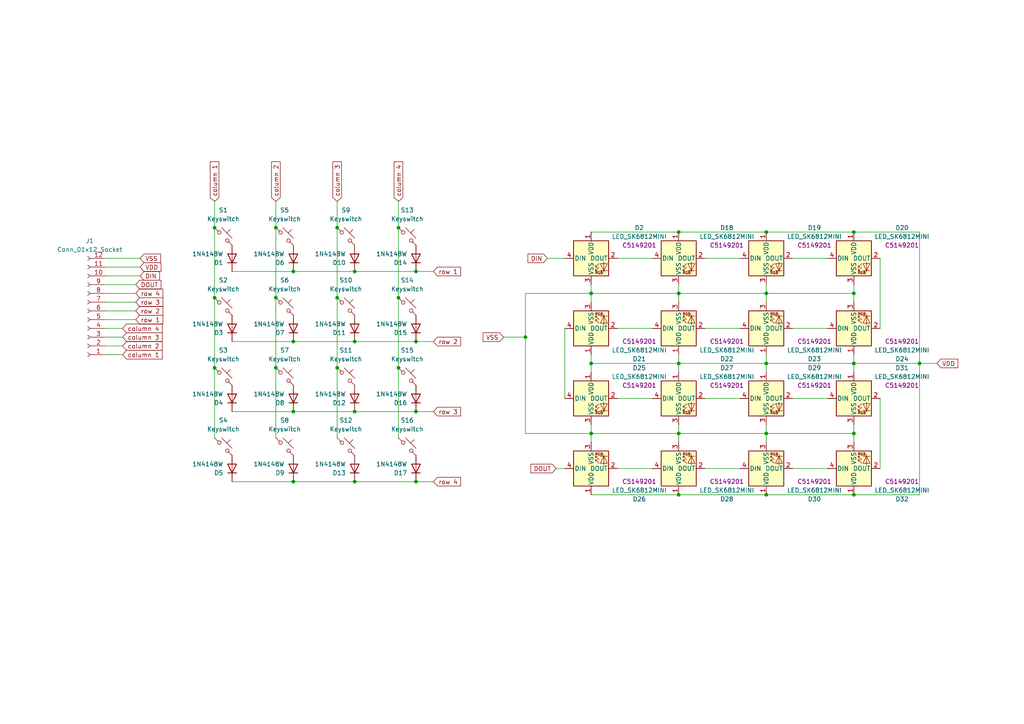
<source format=kicad_sch>
(kicad_sch (version 20231120) (generator "eeschema") (generator_version "8.0")
  (paper "A4")
  (lib_symbols
    (symbol "Connector:Conn_01x12_Socket" (pin_names (offset 1.016) hide)
      (property "Reference" "J" (at 0 15.24 0))
      (property "Value" "Conn_01x12_Socket" (at 0 -17.78 0))
      (symbol "Conn_01x12_Socket_1_1"
        (arc (start 0 -14.732) (mid -0.5058 -15.24) (end 0 -15.748) (stroke (width 0.1524)))
        (arc (start 0 -12.192) (mid -0.5058 -12.7) (end 0 -13.208) (stroke (width 0.1524)))
        (arc (start 0 -9.652) (mid -0.5058 -10.16) (end 0 -10.668) (stroke (width 0.1524)))
        (arc (start 0 -7.112) (mid -0.5058 -7.62) (end 0 -8.128) (stroke (width 0.1524)))
        (arc (start 0 -4.572) (mid -0.5058 -5.08) (end 0 -5.588) (stroke (width 0.1524)))
        (arc (start 0 -2.032) (mid -0.5058 -2.54) (end 0 -3.048) (stroke (width 0.1524)))
        (polyline (pts (xy -1.27 -15.24) (xy -0.508 -15.24)) (stroke (width 0.1524)))
        (polyline (pts (xy -1.27 -12.7) (xy -0.508 -12.7)) (stroke (width 0.1524)))
        (polyline (pts (xy -1.27 -10.16) (xy -0.508 -10.16)) (stroke (width 0.1524)))
        (polyline (pts (xy -1.27 -7.62) (xy -0.508 -7.62)) (stroke (width 0.1524)))
        (polyline (pts (xy -1.27 -5.08) (xy -0.508 -5.08)) (stroke (width 0.1524)))
        (polyline (pts (xy -1.27 -2.54) (xy -0.508 -2.54)) (stroke (width 0.1524)))
        (polyline (pts (xy -1.27 0) (xy -0.508 0)) (stroke (width 0.1524)))
        (polyline (pts (xy -1.27 2.54) (xy -0.508 2.54)) (stroke (width 0.1524)))
        (polyline (pts (xy -1.27 5.08) (xy -0.508 5.08)) (stroke (width 0.1524)))
        (polyline (pts (xy -1.27 7.62) (xy -0.508 7.62)) (stroke (width 0.1524)))
        (polyline (pts (xy -1.27 10.16) (xy -0.508 10.16)) (stroke (width 0.1524)))
        (polyline (pts (xy -1.27 12.7) (xy -0.508 12.7)) (stroke (width 0.1524)))
        (arc (start 0 0.508) (mid -0.5058 0) (end 0 -0.508) (stroke (width 0.1524)))
        (arc (start 0 3.048) (mid -0.5058 2.54) (end 0 2.032) (stroke (width 0.1524)))
        (arc (start 0 5.588) (mid -0.5058 5.08) (end 0 4.572) (stroke (width 0.1524)))
        (arc (start 0 8.128) (mid -0.5058 7.62) (end 0 7.112) (stroke (width 0.1524)))
        (arc (start 0 10.668) (mid -0.5058 10.16) (end 0 9.652) (stroke (width 0.1524)))
        (arc (start 0 13.208) (mid -0.5058 12.7) (end 0 12.192) (stroke (width 0.1524)))
        (pin passive line (at -5.08 12.7 0) (length 3.81) (name "Pin_1") (number "1"))
        (pin passive line (at -5.08 -10.16 0) (length 3.81) (name "Pin_10") (number "10"))
        (pin passive line (at -5.08 -12.7 0) (length 3.81) (name "Pin_11") (number "11"))
        (pin passive line (at -5.08 -15.24 0) (length 3.81) (name "Pin_12") (number "12"))
        (pin passive line (at -5.08 10.16 0) (length 3.81) (name "Pin_2") (number "2"))
        (pin passive line (at -5.08 7.62 0) (length 3.81) (name "Pin_3") (number "3"))
        (pin passive line (at -5.08 5.08 0) (length 3.81) (name "Pin_4") (number "4"))
        (pin passive line (at -5.08 2.54 0) (length 3.81) (name "Pin_5") (number "5"))
        (pin passive line (at -5.08 0 0) (length 3.81) (name "Pin_6") (number "6"))
        (pin passive line (at -5.08 -2.54 0) (length 3.81) (name "Pin_7") (number "7"))
        (pin passive line (at -5.08 -5.08 0) (length 3.81) (name "Pin_8") (number "8"))
        (pin passive line (at -5.08 -7.62 0) (length 3.81) (name "Pin_9") (number "9"))
      )
    )
    (symbol "Diode:1N4148W" (pin_numbers hide) (pin_names hide)
      (property "Reference" "D" (at 0 2.54 0))
      (property "Value" "1N4148W" (at 0 -2.54 0))
      (symbol "1N4148W_0_1"
        (polyline (pts (xy -1.27 1.27) (xy -1.27 -1.27)) (stroke (width 0.254)))
        (polyline (pts (xy 1.27 0) (xy -1.27 0)))
        (polyline (pts (xy 1.27 1.27) (xy 1.27 -1.27) (xy -1.27 0) (xy 1.27 1.27)) (stroke (width 0.254)))
      )
      (symbol "1N4148W_1_1"
        (pin passive line (at -3.81 0 0) (length 2.54) (name "K") (number "1"))
        (pin passive line (at 3.81 0 180) (length 2.54) (name "A") (number "2"))
      )
    )
    (symbol "ScottoKeebs:LED_SK6812MINI" (pin_names (offset 0.254))
      (property "Reference" "D" (at 2.032 5.588 0))
      (property "Value" "LED_SK6812MINI" (at 1.27 -5.715 0))
      (property "LCSC" "C5149201" (at 0 0 0))
      (symbol "LED_SK6812MINI_0_0"
        (text "RGB" (at 2.286 -4.191 0) (effects (font (size 0.762 0.762))))
      )
      (symbol "LED_SK6812MINI_0_1"
        (rectangle (start -5.08 5.08) (end 5.08 -5.08) (stroke (width 0.254)) (fill (type background)))
        (polyline (pts (xy 1.27 -3.556) (xy 1.778 -3.556)))
        (polyline (pts (xy 1.27 -2.54) (xy 1.778 -2.54)))
        (polyline (pts (xy 4.699 -3.556) (xy 2.667 -3.556)))
        (polyline (pts (xy 2.286 -2.54) (xy 1.27 -3.556) (xy 1.27 -3.048)))
        (polyline (pts (xy 2.286 -1.524) (xy 1.27 -2.54) (xy 1.27 -2.032)))
        (polyline (pts (xy 3.683 -1.016) (xy 3.683 -3.556) (xy 3.683 -4.064)))
        (polyline (pts (xy 4.699 -1.524) (xy 2.667 -1.524) (xy 3.683 -3.556) (xy 4.699 -1.524)))
      )
      (symbol "LED_SK6812MINI_1_1"
        (pin power_in line (at 0 7.62 270) (length 2.54) (name "VDD") (number "1"))
        (pin output line (at 7.62 0 180) (length 2.54) (name "DOUT") (number "2"))
        (pin power_in line (at 0 -7.62 90) (length 2.54) (name "VSS") (number "3"))
        (pin input line (at -7.62 0 0) (length 2.54) (name "DIN") (number "4"))
      )
    )
    (symbol "ScottoKeebs:Placeholder_Keyswitch" (pin_numbers hide) (pin_names (offset 1.016) hide)
      (property "Reference" "S" (at 3.048 1.016 0))
      (property "Value" "Keyswitch" (at 0 -3.81 0))
      (symbol "Placeholder_Keyswitch_0_1"
        (circle (center -1.1684 1.1684) (radius 0.508))
        (polyline (pts (xy -0.508 2.54) (xy 2.54 -0.508)))
        (polyline (pts (xy 1.016 1.016) (xy 2.032 2.032)))
        (polyline (pts (xy -2.54 2.54) (xy -1.524 1.524) (xy -1.524 1.524)))
        (polyline (pts (xy 1.524 -1.524) (xy 2.54 -2.54) (xy 2.54 -2.54) (xy 2.54 -2.54)))
        (circle (center 1.143 -1.1938) (radius 0.508))
        (pin passive line (at -2.54 2.54 0) (length 0) (name "1") (number "1"))
        (pin passive line (at 2.54 -2.54 180) (length 0) (name "2") (number "2"))
      )
    )
  )
  (junction (at 247.65 85.09))
  (junction (at 222.25 67.31))
  (junction (at 115.57 66.04))
  (junction (at 62.23 106.68))
  (junction (at 102.87 99.06))
  (junction (at 102.87 119.38))
  (junction (at 222.25 105.41))
  (junction (at 80.01 86.36))
  (junction (at 120.65 99.06))
  (junction (at 196.85 125.73))
  (junction (at 97.79 106.68))
  (junction (at 247.65 105.41))
  (junction (at 115.57 86.36))
  (junction (at 62.23 86.36))
  (junction (at 196.85 67.31))
  (junction (at 196.85 143.51))
  (junction (at 247.65 143.51))
  (junction (at 80.01 66.04))
  (junction (at 222.25 143.51))
  (junction (at 247.65 67.31))
  (junction (at 247.65 125.73))
  (junction (at 152.4 97.79))
  (junction (at 196.85 105.41))
  (junction (at 85.09 119.38))
  (junction (at 85.09 78.74))
  (junction (at 85.09 99.06))
  (junction (at 222.25 125.73))
  (junction (at 171.45 85.09))
  (junction (at 115.57 106.68))
  (junction (at 120.65 78.74))
  (junction (at 80.01 106.68))
  (junction (at 171.45 125.73))
  (junction (at 62.23 66.04))
  (junction (at 97.79 66.04))
  (junction (at 266.7 105.41))
  (junction (at 171.45 105.41))
  (junction (at 196.85 85.09))
  (junction (at 120.65 119.38))
  (junction (at 222.25 85.09))
  (junction (at 85.09 139.7))
  (junction (at 120.65 139.7))
  (junction (at 102.87 139.7))
  (junction (at 102.87 78.74))
  (junction (at 97.79 86.36))
  (wire (pts (xy 85.09 139.7) (xy 102.87 139.7)))
  (wire (pts (xy 102.87 99.06) (xy 120.65 99.06)))
  (wire (pts (xy 204.47 95.25) (xy 214.63 95.25)))
  (wire (pts (xy 229.87 115.57) (xy 240.03 115.57)))
  (wire (pts (xy 196.85 128.27) (xy 196.85 125.73)))
  (wire (pts (xy 196.85 105.41) (xy 196.85 107.95)))
  (wire (pts (xy 255.27 74.93) (xy 255.27 95.25)))
  (wire (pts (xy 30.48 92.71) (xy 39.37 92.71)))
  (wire (pts (xy 39.37 90.17) (xy 30.48 90.17)))
  (wire (pts (xy 67.31 99.06) (xy 85.09 99.06)))
  (wire (pts (xy 179.07 74.93) (xy 189.23 74.93)))
  (wire (pts (xy 171.45 123.19) (xy 171.45 125.73)))
  (wire (pts (xy 35.56 97.79) (xy 30.48 97.79)))
  (wire (pts (xy 171.45 102.87) (xy 171.45 105.41)))
  (wire (pts (xy 196.85 102.87) (xy 196.85 105.41)))
  (wire (pts (xy 120.65 139.7) (xy 125.73 139.7)))
  (wire (pts (xy 97.79 106.68) (xy 97.79 127)))
  (wire (pts (xy 222.25 125.73) (xy 247.65 125.73)))
  (wire (pts (xy 171.45 128.27) (xy 171.45 125.73)))
  (wire (pts (xy 266.7 105.41) (xy 266.7 67.31)))
  (wire (pts (xy 102.87 78.74) (xy 120.65 78.74)))
  (wire (pts (xy 161.29 135.89) (xy 163.83 135.89)))
  (wire (pts (xy 204.47 115.57) (xy 214.63 115.57)))
  (wire (pts (xy 179.07 95.25) (xy 189.23 95.25)))
  (wire (pts (xy 152.4 97.79) (xy 152.4 125.73)))
  (wire (pts (xy 179.07 135.89) (xy 189.23 135.89)))
  (wire (pts (xy 80.01 66.04) (xy 80.01 86.36)))
  (wire (pts (xy 85.09 119.38) (xy 102.87 119.38)))
  (wire (pts (xy 247.65 67.31) (xy 266.7 67.31)))
  (wire (pts (xy 120.65 119.38) (xy 125.73 119.38)))
  (wire (pts (xy 152.4 125.73) (xy 171.45 125.73)))
  (wire (pts (xy 35.56 95.25) (xy 30.48 95.25)))
  (wire (pts (xy 196.85 85.09) (xy 196.85 87.63)))
  (wire (pts (xy 229.87 135.89) (xy 240.03 135.89)))
  (wire (pts (xy 266.7 105.41) (xy 247.65 105.41)))
  (wire (pts (xy 158.75 74.93) (xy 163.83 74.93)))
  (wire (pts (xy 222.25 123.19) (xy 222.25 125.73)))
  (wire (pts (xy 196.85 125.73) (xy 222.25 125.73)))
  (wire (pts (xy 102.87 139.7) (xy 120.65 139.7)))
  (wire (pts (xy 179.07 115.57) (xy 189.23 115.57)))
  (wire (pts (xy 80.01 106.68) (xy 80.01 127)))
  (wire (pts (xy 102.87 119.38) (xy 120.65 119.38)))
  (wire (pts (xy 62.23 86.36) (xy 62.23 106.68)))
  (wire (pts (xy 115.57 106.68) (xy 115.57 127)))
  (wire (pts (xy 255.27 115.57) (xy 255.27 135.89)))
  (wire (pts (xy 35.56 100.33) (xy 30.48 100.33)))
  (wire (pts (xy 247.65 143.51) (xy 266.7 143.51)))
  (wire (pts (xy 222.25 102.87) (xy 222.25 105.41)))
  (wire (pts (xy 35.56 102.87) (xy 30.48 102.87)))
  (wire (pts (xy 196.85 105.41) (xy 171.45 105.41)))
  (wire (pts (xy 80.01 58.42) (xy 80.01 66.04)))
  (wire (pts (xy 247.65 105.41) (xy 222.25 105.41)))
  (wire (pts (xy 247.65 85.09) (xy 247.65 87.63)))
  (wire (pts (xy 152.4 85.09) (xy 171.45 85.09)))
  (wire (pts (xy 171.45 85.09) (xy 196.85 85.09)))
  (wire (pts (xy 171.45 125.73) (xy 196.85 125.73)))
  (wire (pts (xy 222.25 105.41) (xy 222.25 107.95)))
  (wire (pts (xy 30.48 82.55) (xy 39.37 82.55)))
  (wire (pts (xy 196.85 143.51) (xy 222.25 143.51)))
  (wire (pts (xy 222.25 143.51) (xy 247.65 143.51)))
  (wire (pts (xy 196.85 85.09) (xy 222.25 85.09)))
  (wire (pts (xy 62.23 58.42) (xy 62.23 66.04)))
  (wire (pts (xy 67.31 119.38) (xy 85.09 119.38)))
  (wire (pts (xy 171.45 105.41) (xy 171.45 107.95)))
  (wire (pts (xy 222.25 105.41) (xy 196.85 105.41)))
  (wire (pts (xy 247.65 85.09) (xy 247.65 82.55)))
  (wire (pts (xy 97.79 86.36) (xy 97.79 106.68)))
  (wire (pts (xy 115.57 58.42) (xy 115.57 66.04)))
  (wire (pts (xy 196.85 67.31) (xy 222.25 67.31)))
  (wire (pts (xy 30.48 80.01) (xy 40.64 80.01)))
  (wire (pts (xy 85.09 99.06) (xy 102.87 99.06)))
  (wire (pts (xy 266.7 105.41) (xy 266.7 143.51)))
  (wire (pts (xy 115.57 66.04) (xy 115.57 86.36)))
  (wire (pts (xy 222.25 125.73) (xy 222.25 128.27)))
  (wire (pts (xy 222.25 87.63) (xy 222.25 85.09)))
  (wire (pts (xy 247.65 123.19) (xy 247.65 125.73)))
  (wire (pts (xy 196.85 123.19) (xy 196.85 125.73)))
  (wire (pts (xy 97.79 66.04) (xy 97.79 86.36)))
  (wire (pts (xy 62.23 106.68) (xy 62.23 127)))
  (wire (pts (xy 171.45 67.31) (xy 196.85 67.31)))
  (wire (pts (xy 30.48 87.63) (xy 39.37 87.63)))
  (wire (pts (xy 146.05 97.79) (xy 152.4 97.79)))
  (wire (pts (xy 30.48 85.09) (xy 39.37 85.09)))
  (wire (pts (xy 222.25 82.55) (xy 222.25 85.09)))
  (wire (pts (xy 85.09 78.74) (xy 102.87 78.74)))
  (wire (pts (xy 204.47 74.93) (xy 214.63 74.93)))
  (wire (pts (xy 229.87 74.93) (xy 240.03 74.93)))
  (wire (pts (xy 204.47 135.89) (xy 214.63 135.89)))
  (wire (pts (xy 115.57 86.36) (xy 115.57 106.68)))
  (wire (pts (xy 222.25 85.09) (xy 247.65 85.09)))
  (wire (pts (xy 62.23 66.04) (xy 62.23 86.36)))
  (wire (pts (xy 222.25 67.31) (xy 247.65 67.31)))
  (wire (pts (xy 120.65 78.74) (xy 125.73 78.74)))
  (wire (pts (xy 171.45 85.09) (xy 171.45 87.63)))
  (wire (pts (xy 247.65 128.27) (xy 247.65 125.73)))
  (wire (pts (xy 152.4 97.79) (xy 152.4 85.09)))
  (wire (pts (xy 30.48 74.93) (xy 40.64 74.93)))
  (wire (pts (xy 229.87 95.25) (xy 240.03 95.25)))
  (wire (pts (xy 171.45 143.51) (xy 196.85 143.51)))
  (wire (pts (xy 97.79 58.42) (xy 97.79 66.04)))
  (wire (pts (xy 163.83 95.25) (xy 163.83 115.57)))
  (wire (pts (xy 80.01 86.36) (xy 80.01 106.68)))
  (wire (pts (xy 30.48 77.47) (xy 40.64 77.47)))
  (wire (pts (xy 247.65 102.87) (xy 247.65 105.41)))
  (wire (pts (xy 67.31 139.7) (xy 85.09 139.7)))
  (wire (pts (xy 120.65 99.06) (xy 125.73 99.06)))
  (wire (pts (xy 171.45 82.55) (xy 171.45 85.09)))
  (wire (pts (xy 196.85 82.55) (xy 196.85 85.09)))
  (wire (pts (xy 67.31 78.74) (xy 85.09 78.74)))
  (wire (pts (xy 247.65 105.41) (xy 247.65 107.95)))
  (wire (pts (xy 271.78 105.41) (xy 266.7 105.41)))
  (global_label "VSS" (shape input) (at 40.64 74.93 0) (property "Intersheetrefs" "${INTERSHEET_REFS}" (effects (hide yes))))
  (global_label "column 1" (shape input) (at 35.56 102.87 0) (property "Intersheetrefs" "${INTERSHEET_REFS}" (effects (hide yes))))
  (global_label "DIN" (shape input) (at 40.64 80.01 0) (property "Intersheetrefs" "${INTERSHEET_REFS}" (effects (hide yes))))
  (global_label "column 1" (shape input) (at 62.23 58.42 90) (property "Intersheetrefs" "${INTERSHEET_REFS}" (effects (hide yes))))
  (global_label "row 2" (shape input) (at 125.73 99.06 0) (property "Intersheetrefs" "${INTERSHEET_REFS}" (effects (hide yes))))
  (global_label "row 4" (shape input) (at 39.37 85.09 0) (property "Intersheetrefs" "${INTERSHEET_REFS}" (effects (hide yes))))
  (global_label "row 4" (shape input) (at 125.73 139.7 0) (property "Intersheetrefs" "${INTERSHEET_REFS}" (effects (hide yes))))
  (global_label "row 1" (shape input) (at 39.37 92.71 0) (property "Intersheetrefs" "${INTERSHEET_REFS}" (effects (hide yes))))
  (global_label "VDD" (shape input) (at 40.64 77.47 0) (property "Intersheetrefs" "${INTERSHEET_REFS}" (effects (hide yes))))
  (global_label "column 3" (shape input) (at 97.79 58.42 90) (property "Intersheetrefs" "${INTERSHEET_REFS}" (effects (hide yes))))
  (global_label "DIN" (shape input) (at 158.75 74.93 180) (property "Intersheetrefs" "${INTERSHEET_REFS}" (effects (hide yes))))
  (global_label "row 1" (shape input) (at 125.73 78.74 0) (property "Intersheetrefs" "${INTERSHEET_REFS}" (effects (hide yes))))
  (global_label "column 2" (shape input) (at 35.56 100.33 0) (property "Intersheetrefs" "${INTERSHEET_REFS}" (effects (hide yes))))
  (global_label "VSS" (shape input) (at 146.05 97.79 180) (property "Intersheetrefs" "${INTERSHEET_REFS}" (effects (hide yes))))
  (global_label "row 2" (shape input) (at 39.37 90.17 0) (property "Intersheetrefs" "${INTERSHEET_REFS}" (effects (hide yes))))
  (global_label "DOUT" (shape input) (at 39.37 82.55 0) (property "Intersheetrefs" "${INTERSHEET_REFS}" (effects (hide yes))))
  (global_label "column 4" (shape input) (at 35.56 95.25 0) (property "Intersheetrefs" "${INTERSHEET_REFS}" (effects (hide yes))))
  (global_label "row 3" (shape input) (at 125.73 119.38 0) (property "Intersheetrefs" "${INTERSHEET_REFS}" (effects (hide yes))))
  (global_label "column 4" (shape input) (at 115.57 58.42 90) (property "Intersheetrefs" "${INTERSHEET_REFS}" (effects (hide yes))))
  (global_label "VDD" (shape input) (at 271.78 105.41 0) (property "Intersheetrefs" "${INTERSHEET_REFS}" (effects (hide yes))))
  (global_label "column 2" (shape input) (at 80.01 58.42 90) (property "Intersheetrefs" "${INTERSHEET_REFS}" (effects (hide yes))))
  (global_label "row 3" (shape input) (at 39.37 87.63 0) (property "Intersheetrefs" "${INTERSHEET_REFS}" (effects (hide yes))))
  (global_label "DOUT" (shape input) (at 161.29 135.89 180) (property "Intersheetrefs" "${INTERSHEET_REFS}" (effects (hide yes))))
  (global_label "column 3" (shape input) (at 35.56 97.79 0) (property "Intersheetrefs" "${INTERSHEET_REFS}" (effects (hide yes))))
  (symbol (lib_id "ScottoKeebs:Placeholder_Keyswitch") (at 64.77 88.9 0) (unit 1)
    (property "Reference" "S2" (at 64.77 81.28 0))
    (property "Value" "Keyswitch" (at 64.77 83.82 0))
    (property "Footprint" "ScottoKeebs_Hotswap:Hotswap_MX_1.00u" (effects (hide yes)))
    (property "Description" "Push button switch, normally open, two pins, 45° tilted" (effects (hide yes)))
  )
  (symbol (lib_id "ScottoKeebs:LED_SK6812MINI") (at 222.25 115.57 0) (unit 1)
    (property "Reference" "D29" (at 236.22 106.7114 0))
    (property "Value" "LED_SK6812MINI" (at 236.22 109.2514 0))
    (property "Footprint" "ScottoKeebs_Components:LED_SK6812MINI" (effects (hide yes)))
    (property "Datasheet" "https://cdn-shop.adafruit.com/product-files/2686/SK6812MINI_REV.01-1-2.pdf" (effects (hide yes)))
    (property "Description" "RGB LED with integrated controller" (effects (hide yes)))
    (property "LCSC" "C5149201" (at 236.22 111.7914 0))
  )
  (symbol (lib_id "Diode:1N4148W") (at 102.87 135.89 90) (unit 1)
    (property "Reference" "D13" (at 100.33 137.1601 90) (effects (justify left)))
    (property "Value" "1N4148W" (at 100.33 134.6201 90) (effects (justify left)))
    (property "Footprint" "Diode_SMD:D_SOD-123" (effects (hide yes)))
    (property "Datasheet" "https://www.vishay.com/docs/85748/1n4148w.pdf" (effects (hide yes)))
    (property "Description" "75V 0.15A Fast Switching Diode, SOD-123" (effects (hide yes)))
    (property "Sim.Device" "D" (effects (hide yes)))
    (property "Sim.Pins" "1=K 2=A" (effects (hide yes)))
  )
  (symbol (lib_id "Diode:1N4148W") (at 85.09 135.89 90) (unit 1)
    (property "Reference" "D9" (at 82.55 137.1601 90) (effects (justify left)))
    (property "Value" "1N4148W" (at 82.55 134.6201 90) (effects (justify left)))
    (property "Footprint" "Diode_SMD:D_SOD-123" (effects (hide yes)))
    (property "Datasheet" "https://www.vishay.com/docs/85748/1n4148w.pdf" (effects (hide yes)))
    (property "Description" "75V 0.15A Fast Switching Diode, SOD-123" (effects (hide yes)))
    (property "Sim.Device" "D" (effects (hide yes)))
    (property "Sim.Pins" "1=K 2=A" (effects (hide yes)))
  )
  (symbol (lib_id "Diode:1N4148W") (at 67.31 135.89 90) (unit 1)
    (property "Reference" "D5" (at 64.77 137.1601 90) (effects (justify left)))
    (property "Value" "1N4148W" (at 64.77 134.6201 90) (effects (justify left)))
    (property "Footprint" "Diode_SMD:D_SOD-123" (effects (hide yes)))
    (property "Datasheet" "https://www.vishay.com/docs/85748/1n4148w.pdf" (effects (hide yes)))
    (property "Description" "75V 0.15A Fast Switching Diode, SOD-123" (effects (hide yes)))
    (property "Sim.Device" "D" (effects (hide yes)))
    (property "Sim.Pins" "1=K 2=A" (effects (hide yes)))
  )
  (symbol (lib_id "ScottoKeebs:Placeholder_Keyswitch") (at 100.33 88.9 0) (unit 1)
    (property "Reference" "S10" (at 100.33 81.28 0))
    (property "Value" "Keyswitch" (at 100.33 83.82 0))
    (property "Footprint" "ScottoKeebs_Hotswap:Hotswap_MX_1.00u" (effects (hide yes)))
    (property "Description" "Push button switch, normally open, two pins, 45° tilted" (effects (hide yes)))
  )
  (symbol (lib_id "ScottoKeebs:LED_SK6812MINI") (at 171.45 135.89 0) (mirror x) (unit 1)
    (property "Reference" "D26" (at 185.42 144.7486 0))
    (property "Value" "LED_SK6812MINI" (at 185.42 142.2086 0))
    (property "Footprint" "ScottoKeebs_Components:LED_SK6812MINI" (effects (hide yes)))
    (property "Datasheet" "https://cdn-shop.adafruit.com/product-files/2686/SK6812MINI_REV.01-1-2.pdf" (effects (hide yes)))
    (property "Description" "RGB LED with integrated controller" (effects (hide yes)))
    (property "LCSC" "C5149201" (at 185.42 139.6686 0))
  )
  (symbol (lib_id "ScottoKeebs:LED_SK6812MINI") (at 196.85 74.93 0) (unit 1)
    (property "Reference" "D18" (at 210.82 66.0714 0))
    (property "Value" "LED_SK6812MINI" (at 210.82 68.6114 0))
    (property "Footprint" "ScottoKeebs_Components:LED_SK6812MINI" (effects (hide yes)))
    (property "Datasheet" "https://cdn-shop.adafruit.com/product-files/2686/SK6812MINI_REV.01-1-2.pdf" (effects (hide yes)))
    (property "Description" "RGB LED with integrated controller" (effects (hide yes)))
    (property "LCSC" "C5149201" (at 210.82 71.1514 0))
  )
  (symbol (lib_id "Diode:1N4148W") (at 102.87 74.93 90) (unit 1)
    (property "Reference" "D10" (at 100.33 76.2001 90) (effects (justify left)))
    (property "Value" "1N4148W" (at 100.33 73.6601 90) (effects (justify left)))
    (property "Footprint" "Diode_SMD:D_SOD-123" (effects (hide yes)))
    (property "Datasheet" "https://www.vishay.com/docs/85748/1n4148w.pdf" (effects (hide yes)))
    (property "Description" "75V 0.15A Fast Switching Diode, SOD-123" (effects (hide yes)))
    (property "Sim.Device" "D" (effects (hide yes)))
    (property "Sim.Pins" "1=K 2=A" (effects (hide yes)))
  )
  (symbol (lib_id "ScottoKeebs:LED_SK6812MINI") (at 196.85 135.89 0) (mirror x) (unit 1)
    (property "Reference" "D28" (at 210.82 144.7486 0))
    (property "Value" "LED_SK6812MINI" (at 210.82 142.2086 0))
    (property "Footprint" "ScottoKeebs_Components:LED_SK6812MINI" (effects (hide yes)))
    (property "Datasheet" "https://cdn-shop.adafruit.com/product-files/2686/SK6812MINI_REV.01-1-2.pdf" (effects (hide yes)))
    (property "Description" "RGB LED with integrated controller" (effects (hide yes)))
    (property "LCSC" "C5149201" (at 210.82 139.6686 0))
  )
  (symbol (lib_id "Diode:1N4148W") (at 85.09 74.93 90) (unit 1)
    (property "Reference" "D6" (at 82.55 76.2001 90) (effects (justify left)))
    (property "Value" "1N4148W" (at 82.55 73.6601 90) (effects (justify left)))
    (property "Footprint" "Diode_SMD:D_SOD-123" (effects (hide yes)))
    (property "Datasheet" "https://www.vishay.com/docs/85748/1n4148w.pdf" (effects (hide yes)))
    (property "Description" "75V 0.15A Fast Switching Diode, SOD-123" (effects (hide yes)))
    (property "Sim.Device" "D" (effects (hide yes)))
    (property "Sim.Pins" "1=K 2=A" (effects (hide yes)))
  )
  (symbol (lib_id "Diode:1N4148W") (at 102.87 95.25 90) (unit 1)
    (property "Reference" "D11" (at 100.33 96.5201 90) (effects (justify left)))
    (property "Value" "1N4148W" (at 100.33 93.9801 90) (effects (justify left)))
    (property "Footprint" "Diode_SMD:D_SOD-123" (effects (hide yes)))
    (property "Datasheet" "https://www.vishay.com/docs/85748/1n4148w.pdf" (effects (hide yes)))
    (property "Description" "75V 0.15A Fast Switching Diode, SOD-123" (effects (hide yes)))
    (property "Sim.Device" "D" (effects (hide yes)))
    (property "Sim.Pins" "1=K 2=A" (effects (hide yes)))
  )
  (symbol (lib_id "Diode:1N4148W") (at 120.65 115.57 90) (unit 1)
    (property "Reference" "D16" (at 118.11 116.8401 90) (effects (justify left)))
    (property "Value" "1N4148W" (at 118.11 114.3001 90) (effects (justify left)))
    (property "Footprint" "Diode_SMD:D_SOD-123" (effects (hide yes)))
    (property "Datasheet" "https://www.vishay.com/docs/85748/1n4148w.pdf" (effects (hide yes)))
    (property "Description" "75V 0.15A Fast Switching Diode, SOD-123" (effects (hide yes)))
    (property "Sim.Device" "D" (effects (hide yes)))
    (property "Sim.Pins" "1=K 2=A" (effects (hide yes)))
  )
  (symbol (lib_id "Diode:1N4148W") (at 120.65 95.25 90) (unit 1)
    (property "Reference" "D15" (at 118.11 96.5201 90) (effects (justify left)))
    (property "Value" "1N4148W" (at 118.11 93.9801 90) (effects (justify left)))
    (property "Footprint" "Diode_SMD:D_SOD-123" (effects (hide yes)))
    (property "Datasheet" "https://www.vishay.com/docs/85748/1n4148w.pdf" (effects (hide yes)))
    (property "Description" "75V 0.15A Fast Switching Diode, SOD-123" (effects (hide yes)))
    (property "Sim.Device" "D" (effects (hide yes)))
    (property "Sim.Pins" "1=K 2=A" (effects (hide yes)))
  )
  (symbol (lib_id "ScottoKeebs:Placeholder_Keyswitch") (at 100.33 129.54 0) (unit 1)
    (property "Reference" "S12" (at 100.33 121.92 0))
    (property "Value" "Keyswitch" (at 100.33 124.46 0))
    (property "Footprint" "ScottoKeebs_Hotswap:Hotswap_MX_1.00u" (effects (hide yes)))
    (property "Description" "Push button switch, normally open, two pins, 45° tilted" (effects (hide yes)))
  )
  (symbol (lib_id "Diode:1N4148W") (at 120.65 74.93 90) (unit 1)
    (property "Reference" "D14" (at 118.11 76.2001 90) (effects (justify left)))
    (property "Value" "1N4148W" (at 118.11 73.6601 90) (effects (justify left)))
    (property "Footprint" "Diode_SMD:D_SOD-123" (effects (hide yes)))
    (property "Datasheet" "https://www.vishay.com/docs/85748/1n4148w.pdf" (effects (hide yes)))
    (property "Description" "75V 0.15A Fast Switching Diode, SOD-123" (effects (hide yes)))
    (property "Sim.Device" "D" (effects (hide yes)))
    (property "Sim.Pins" "1=K 2=A" (effects (hide yes)))
  )
  (symbol (lib_id "ScottoKeebs:LED_SK6812MINI") (at 196.85 95.25 0) (mirror x) (unit 1)
    (property "Reference" "D22" (at 210.82 104.1086 0))
    (property "Value" "LED_SK6812MINI" (at 210.82 101.5686 0))
    (property "Footprint" "ScottoKeebs_Components:LED_SK6812MINI" (effects (hide yes)))
    (property "Datasheet" "https://cdn-shop.adafruit.com/product-files/2686/SK6812MINI_REV.01-1-2.pdf" (effects (hide yes)))
    (property "Description" "RGB LED with integrated controller" (effects (hide yes)))
    (property "LCSC" "C5149201" (at 210.82 99.0286 0))
  )
  (symbol (lib_id "ScottoKeebs:Placeholder_Keyswitch") (at 64.77 109.22 0) (unit 1)
    (property "Reference" "S3" (at 64.77 101.6 0))
    (property "Value" "Keyswitch" (at 64.77 104.14 0))
    (property "Footprint" "ScottoKeebs_Hotswap:Hotswap_MX_1.00u" (effects (hide yes)))
    (property "Description" "Push button switch, normally open, two pins, 45° tilted" (effects (hide yes)))
  )
  (symbol (lib_id "ScottoKeebs:Placeholder_Keyswitch") (at 100.33 109.22 0) (unit 1)
    (property "Reference" "S11" (at 100.33 101.6 0))
    (property "Value" "Keyswitch" (at 100.33 104.14 0))
    (property "Footprint" "ScottoKeebs_Hotswap:Hotswap_MX_1.00u" (effects (hide yes)))
    (property "Description" "Push button switch, normally open, two pins, 45° tilted" (effects (hide yes)))
  )
  (symbol (lib_id "ScottoKeebs:Placeholder_Keyswitch") (at 118.11 68.58 0) (unit 1)
    (property "Reference" "S13" (at 118.11 60.96 0))
    (property "Value" "Keyswitch" (at 118.11 63.5 0))
    (property "Footprint" "ScottoKeebs_Hotswap:Hotswap_MX_1.00u" (effects (hide yes)))
    (property "Description" "Push button switch, normally open, two pins, 45° tilted" (effects (hide yes)))
  )
  (symbol (lib_id "ScottoKeebs:Placeholder_Keyswitch") (at 82.55 109.22 0) (unit 1)
    (property "Reference" "S7" (at 82.55 101.6 0))
    (property "Value" "Keyswitch" (at 82.55 104.14 0))
    (property "Footprint" "ScottoKeebs_Hotswap:Hotswap_MX_1.00u" (effects (hide yes)))
    (property "Description" "Push button switch, normally open, two pins, 45° tilted" (effects (hide yes)))
  )
  (symbol (lib_id "ScottoKeebs:Placeholder_Keyswitch") (at 82.55 68.58 0) (unit 1)
    (property "Reference" "S5" (at 82.55 60.96 0))
    (property "Value" "Keyswitch" (at 82.55 63.5 0))
    (property "Footprint" "ScottoKeebs_Hotswap:Hotswap_MX_1.00u" (effects (hide yes)))
    (property "Description" "Push button switch, normally open, two pins, 45° tilted" (effects (hide yes)))
  )
  (symbol (lib_id "Diode:1N4148W") (at 85.09 95.25 90) (unit 1)
    (property "Reference" "D7" (at 82.55 96.5201 90) (effects (justify left)))
    (property "Value" "1N4148W" (at 82.55 93.9801 90) (effects (justify left)))
    (property "Footprint" "Diode_SMD:D_SOD-123" (effects (hide yes)))
    (property "Datasheet" "https://www.vishay.com/docs/85748/1n4148w.pdf" (effects (hide yes)))
    (property "Description" "75V 0.15A Fast Switching Diode, SOD-123" (effects (hide yes)))
    (property "Sim.Device" "D" (effects (hide yes)))
    (property "Sim.Pins" "1=K 2=A" (effects (hide yes)))
  )
  (symbol (lib_id "Diode:1N4148W") (at 67.31 74.93 90) (unit 1)
    (property "Reference" "D1" (at 64.77 76.2001 90) (effects (justify left)))
    (property "Value" "1N4148W" (at 64.77 73.6601 90) (effects (justify left)))
    (property "Footprint" "Diode_SMD:D_SOD-123" (effects (hide yes)))
    (property "Datasheet" "https://www.vishay.com/docs/85748/1n4148w.pdf" (effects (hide yes)))
    (property "Description" "75V 0.15A Fast Switching Diode, SOD-123" (effects (hide yes)))
    (property "Sim.Device" "D" (effects (hide yes)))
    (property "Sim.Pins" "1=K 2=A" (effects (hide yes)))
  )
  (symbol (lib_id "ScottoKeebs:LED_SK6812MINI") (at 222.25 135.89 0) (mirror x) (unit 1)
    (property "Reference" "D30" (at 236.22 144.7486 0))
    (property "Value" "LED_SK6812MINI" (at 236.22 142.2086 0))
    (property "Footprint" "ScottoKeebs_Components:LED_SK6812MINI" (effects (hide yes)))
    (property "Datasheet" "https://cdn-shop.adafruit.com/product-files/2686/SK6812MINI_REV.01-1-2.pdf" (effects (hide yes)))
    (property "Description" "RGB LED with integrated controller" (effects (hide yes)))
    (property "LCSC" "C5149201" (at 236.22 139.6686 0))
  )
  (symbol (lib_id "Diode:1N4148W") (at 85.09 115.57 90) (unit 1)
    (property "Reference" "D8" (at 82.55 116.8401 90) (effects (justify left)))
    (property "Value" "1N4148W" (at 82.55 114.3001 90) (effects (justify left)))
    (property "Footprint" "Diode_SMD:D_SOD-123" (effects (hide yes)))
    (property "Datasheet" "https://www.vishay.com/docs/85748/1n4148w.pdf" (effects (hide yes)))
    (property "Description" "75V 0.15A Fast Switching Diode, SOD-123" (effects (hide yes)))
    (property "Sim.Device" "D" (effects (hide yes)))
    (property "Sim.Pins" "1=K 2=A" (effects (hide yes)))
  )
  (symbol (lib_id "ScottoKeebs:Placeholder_Keyswitch") (at 118.11 88.9 0) (unit 1)
    (property "Reference" "S14" (at 118.11 81.28 0))
    (property "Value" "Keyswitch" (at 118.11 83.82 0))
    (property "Footprint" "ScottoKeebs_Hotswap:Hotswap_MX_1.00u" (effects (hide yes)))
    (property "Description" "Push button switch, normally open, two pins, 45° tilted" (effects (hide yes)))
  )
  (symbol (lib_id "ScottoKeebs:LED_SK6812MINI") (at 222.25 74.93 0) (unit 1)
    (property "Reference" "D19" (at 236.22 66.0714 0))
    (property "Value" "LED_SK6812MINI" (at 236.22 68.6114 0))
    (property "Footprint" "ScottoKeebs_Components:LED_SK6812MINI" (effects (hide yes)))
    (property "Datasheet" "https://cdn-shop.adafruit.com/product-files/2686/SK6812MINI_REV.01-1-2.pdf" (effects (hide yes)))
    (property "Description" "RGB LED with integrated controller" (effects (hide yes)))
    (property "LCSC" "C5149201" (at 236.22 71.1514 0))
  )
  (symbol (lib_id "Diode:1N4148W") (at 67.31 115.57 90) (unit 1)
    (property "Reference" "D4" (at 64.77 116.8401 90) (effects (justify left)))
    (property "Value" "1N4148W" (at 64.77 114.3001 90) (effects (justify left)))
    (property "Footprint" "Diode_SMD:D_SOD-123" (effects (hide yes)))
    (property "Datasheet" "https://www.vishay.com/docs/85748/1n4148w.pdf" (effects (hide yes)))
    (property "Description" "75V 0.15A Fast Switching Diode, SOD-123" (effects (hide yes)))
    (property "Sim.Device" "D" (effects (hide yes)))
    (property "Sim.Pins" "1=K 2=A" (effects (hide yes)))
  )
  (symbol (lib_id "ScottoKeebs:LED_SK6812MINI") (at 171.45 115.57 0) (unit 1)
    (property "Reference" "D25" (at 185.42 106.7114 0))
    (property "Value" "LED_SK6812MINI" (at 185.42 109.2514 0))
    (property "Footprint" "ScottoKeebs_Components:LED_SK6812MINI" (effects (hide yes)))
    (property "Datasheet" "https://cdn-shop.adafruit.com/product-files/2686/SK6812MINI_REV.01-1-2.pdf" (effects (hide yes)))
    (property "Description" "RGB LED with integrated controller" (effects (hide yes)))
    (property "LCSC" "C5149201" (at 185.42 111.7914 0))
  )
  (symbol (lib_id "ScottoKeebs:LED_SK6812MINI") (at 196.85 115.57 0) (unit 1)
    (property "Reference" "D27" (at 210.82 106.7114 0))
    (property "Value" "LED_SK6812MINI" (at 210.82 109.2514 0))
    (property "Footprint" "ScottoKeebs_Components:LED_SK6812MINI" (effects (hide yes)))
    (property "Datasheet" "https://cdn-shop.adafruit.com/product-files/2686/SK6812MINI_REV.01-1-2.pdf" (effects (hide yes)))
    (property "Description" "RGB LED with integrated controller" (effects (hide yes)))
    (property "LCSC" "C5149201" (at 210.82 111.7914 0))
  )
  (symbol (lib_id "ScottoKeebs:LED_SK6812MINI") (at 247.65 74.93 0) (unit 1)
    (property "Reference" "D20" (at 261.62 66.0714 0))
    (property "Value" "LED_SK6812MINI" (at 261.62 68.6114 0))
    (property "Footprint" "ScottoKeebs_Components:LED_SK6812MINI" (effects (hide yes)))
    (property "Datasheet" "https://cdn-shop.adafruit.com/product-files/2686/SK6812MINI_REV.01-1-2.pdf" (effects (hide yes)))
    (property "Description" "RGB LED with integrated controller" (effects (hide yes)))
    (property "LCSC" "C5149201" (at 261.62 71.1514 0))
  )
  (symbol (lib_id "ScottoKeebs:Placeholder_Keyswitch") (at 64.77 68.58 0) (unit 1)
    (property "Reference" "S1" (at 64.77 60.96 0))
    (property "Value" "Keyswitch" (at 64.77 63.5 0))
    (property "Footprint" "ScottoKeebs_Hotswap:Hotswap_MX_1.00u" (effects (hide yes)))
    (property "Description" "Push button switch, normally open, two pins, 45° tilted" (effects (hide yes)))
  )
  (symbol (lib_id "ScottoKeebs:Placeholder_Keyswitch") (at 82.55 88.9 0) (unit 1)
    (property "Reference" "S6" (at 82.55 81.28 0))
    (property "Value" "Keyswitch" (at 82.55 83.82 0))
    (property "Footprint" "ScottoKeebs_Hotswap:Hotswap_MX_1.00u" (effects (hide yes)))
    (property "Description" "Push button switch, normally open, two pins, 45° tilted" (effects (hide yes)))
  )
  (symbol (lib_id "ScottoKeebs:LED_SK6812MINI") (at 247.65 95.25 0) (mirror x) (unit 1)
    (property "Reference" "D24" (at 261.62 104.1086 0))
    (property "Value" "LED_SK6812MINI" (at 261.62 101.5686 0))
    (property "Footprint" "ScottoKeebs_Components:LED_SK6812MINI" (effects (hide yes)))
    (property "Datasheet" "https://cdn-shop.adafruit.com/product-files/2686/SK6812MINI_REV.01-1-2.pdf" (effects (hide yes)))
    (property "Description" "RGB LED with integrated controller" (effects (hide yes)))
    (property "LCSC" "C5149201" (at 261.62 99.0286 0))
  )
  (symbol (lib_id "ScottoKeebs:Placeholder_Keyswitch") (at 118.11 109.22 0) (unit 1)
    (property "Reference" "S15" (at 118.11 101.6 0))
    (property "Value" "Keyswitch" (at 118.11 104.14 0))
    (property "Footprint" "ScottoKeebs_Hotswap:Hotswap_MX_1.00u" (effects (hide yes)))
    (property "Description" "Push button switch, normally open, two pins, 45° tilted" (effects (hide yes)))
  )
  (symbol (lib_id "ScottoKeebs:LED_SK6812MINI") (at 222.25 95.25 0) (mirror x) (unit 1)
    (property "Reference" "D23" (at 236.22 104.1086 0))
    (property "Value" "LED_SK6812MINI" (at 236.22 101.5686 0))
    (property "Footprint" "ScottoKeebs_Components:LED_SK6812MINI" (effects (hide yes)))
    (property "Datasheet" "https://cdn-shop.adafruit.com/product-files/2686/SK6812MINI_REV.01-1-2.pdf" (effects (hide yes)))
    (property "Description" "RGB LED with integrated controller" (effects (hide yes)))
    (property "LCSC" "C5149201" (at 236.22 99.0286 0))
  )
  (symbol (lib_id "ScottoKeebs:Placeholder_Keyswitch") (at 100.33 68.58 0) (unit 1)
    (property "Reference" "S9" (at 100.33 60.96 0))
    (property "Value" "Keyswitch" (at 100.33 63.5 0))
    (property "Footprint" "ScottoKeebs_Hotswap:Hotswap_MX_1.00u" (effects (hide yes)))
    (property "Description" "Push button switch, normally open, two pins, 45° tilted" (effects (hide yes)))
  )
  (symbol (lib_id "Connector:Conn_01x12_Socket") (at 25.4 90.17 180) (unit 1)
    (property "Reference" "J1" (at 26.035 69.85 0))
    (property "Value" "Conn_01x12_Socket" (at 26.035 72.39 0))
    (property "Footprint" "Connector_PinHeader_2.54mm:PinHeader_1x12_P2.54mm_Vertical" (effects (hide yes)))
    (property "Description" "Generic connector, single row, 01x12, script generated" (effects (hide yes)))
  )
  (symbol (lib_id "ScottoKeebs:Placeholder_Keyswitch") (at 64.77 129.54 0) (unit 1)
    (property "Reference" "S4" (at 64.77 121.92 0))
    (property "Value" "Keyswitch" (at 64.77 124.46 0))
    (property "Footprint" "ScottoKeebs_Hotswap:Hotswap_MX_1.00u" (effects (hide yes)))
    (property "Description" "Push button switch, normally open, two pins, 45° tilted" (effects (hide yes)))
  )
  (symbol (lib_id "ScottoKeebs:LED_SK6812MINI") (at 247.65 135.89 0) (mirror x) (unit 1)
    (property "Reference" "D32" (at 261.62 144.7486 0))
    (property "Value" "LED_SK6812MINI" (at 261.62 142.2086 0))
    (property "Footprint" "ScottoKeebs_Components:LED_SK6812MINI" (effects (hide yes)))
    (property "Datasheet" "https://cdn-shop.adafruit.com/product-files/2686/SK6812MINI_REV.01-1-2.pdf" (effects (hide yes)))
    (property "Description" "RGB LED with integrated controller" (effects (hide yes)))
    (property "LCSC" "C5149201" (at 261.62 139.6686 0))
  )
  (symbol (lib_id "Diode:1N4148W") (at 120.65 135.89 90) (unit 1)
    (property "Reference" "D17" (at 118.11 137.1601 90) (effects (justify left)))
    (property "Value" "1N4148W" (at 118.11 134.6201 90) (effects (justify left)))
    (property "Footprint" "Diode_SMD:D_SOD-123" (effects (hide yes)))
    (property "Datasheet" "https://www.vishay.com/docs/85748/1n4148w.pdf" (effects (hide yes)))
    (property "Description" "75V 0.15A Fast Switching Diode, SOD-123" (effects (hide yes)))
    (property "Sim.Device" "D" (effects (hide yes)))
    (property "Sim.Pins" "1=K 2=A" (effects (hide yes)))
  )
  (symbol (lib_id "ScottoKeebs:LED_SK6812MINI") (at 247.65 115.57 0) (unit 1)
    (property "Reference" "D31" (at 261.62 106.7114 0))
    (property "Value" "LED_SK6812MINI" (at 261.62 109.2514 0))
    (property "Footprint" "ScottoKeebs_Components:LED_SK6812MINI" (effects (hide yes)))
    (property "Datasheet" "https://cdn-shop.adafruit.com/product-files/2686/SK6812MINI_REV.01-1-2.pdf" (effects (hide yes)))
    (property "Description" "RGB LED with integrated controller" (effects (hide yes)))
    (property "LCSC" "C5149201" (at 261.62 111.7914 0))
  )
  (symbol (lib_id "ScottoKeebs:LED_SK6812MINI") (at 171.45 74.93 0) (unit 1)
    (property "Reference" "D2" (at 185.42 66.0714 0))
    (property "Value" "LED_SK6812MINI" (at 185.42 68.6114 0))
    (property "Footprint" "ScottoKeebs_Components:LED_SK6812MINI" (effects (hide yes)))
    (property "Datasheet" "https://cdn-shop.adafruit.com/product-files/2686/SK6812MINI_REV.01-1-2.pdf" (effects (hide yes)))
    (property "Description" "RGB LED with integrated controller" (effects (hide yes)))
    (property "LCSC" "C5149201" (at 185.42 71.1514 0))
  )
  (symbol (lib_id "Diode:1N4148W") (at 67.31 95.25 90) (unit 1)
    (property "Reference" "D3" (at 64.77 96.5201 90) (effects (justify left)))
    (property "Value" "1N4148W" (at 64.77 93.9801 90) (effects (justify left)))
    (property "Footprint" "Diode_SMD:D_SOD-123" (effects (hide yes)))
    (property "Datasheet" "https://www.vishay.com/docs/85748/1n4148w.pdf" (effects (hide yes)))
    (property "Description" "75V 0.15A Fast Switching Diode, SOD-123" (effects (hide yes)))
    (property "Sim.Device" "D" (effects (hide yes)))
    (property "Sim.Pins" "1=K 2=A" (effects (hide yes)))
  )
  (symbol (lib_id "Diode:1N4148W") (at 102.87 115.57 90) (unit 1)
    (property "Reference" "D12" (at 100.33 116.8401 90) (effects (justify left)))
    (property "Value" "1N4148W" (at 100.33 114.3001 90) (effects (justify left)))
    (property "Footprint" "Diode_SMD:D_SOD-123" (effects (hide yes)))
    (property "Datasheet" "https://www.vishay.com/docs/85748/1n4148w.pdf" (effects (hide yes)))
    (property "Description" "75V 0.15A Fast Switching Diode, SOD-123" (effects (hide yes)))
    (property "Sim.Device" "D" (effects (hide yes)))
    (property "Sim.Pins" "1=K 2=A" (effects (hide yes)))
  )
  (symbol (lib_id "ScottoKeebs:Placeholder_Keyswitch") (at 118.11 129.54 0) (unit 1)
    (property "Reference" "S16" (at 118.11 121.92 0))
    (property "Value" "Keyswitch" (at 118.11 124.46 0))
    (property "Footprint" "ScottoKeebs_Hotswap:Hotswap_MX_1.00u" (effects (hide yes)))
    (property "Description" "Push button switch, normally open, two pins, 45° tilted" (effects (hide yes)))
  )
  (symbol (lib_id "ScottoKeebs:LED_SK6812MINI") (at 171.45 95.25 0) (mirror x) (unit 1)
    (property "Reference" "D21" (at 185.42 104.1086 0))
    (property "Value" "LED_SK6812MINI" (at 185.42 101.5686 0))
    (property "Footprint" "ScottoKeebs_Components:LED_SK6812MINI" (effects (hide yes)))
    (property "Datasheet" "https://cdn-shop.adafruit.com/product-files/2686/SK6812MINI_REV.01-1-2.pdf" (effects (hide yes)))
    (property "Description" "RGB LED with integrated controller" (effects (hide yes)))
    (property "LCSC" "C5149201" (at 185.42 99.0286 0))
  )
  (symbol (lib_id "ScottoKeebs:Placeholder_Keyswitch") (at 82.55 129.54 0) (unit 1)
    (property "Reference" "S8" (at 82.55 121.92 0))
    (property "Value" "Keyswitch" (at 82.55 124.46 0))
    (property "Footprint" "ScottoKeebs_Hotswap:Hotswap_MX_1.00u" (effects (hide yes)))
    (property "Description" "Push button switch, normally open, two pins, 45° tilted" (effects (hide yes)))
  )
)
</source>
